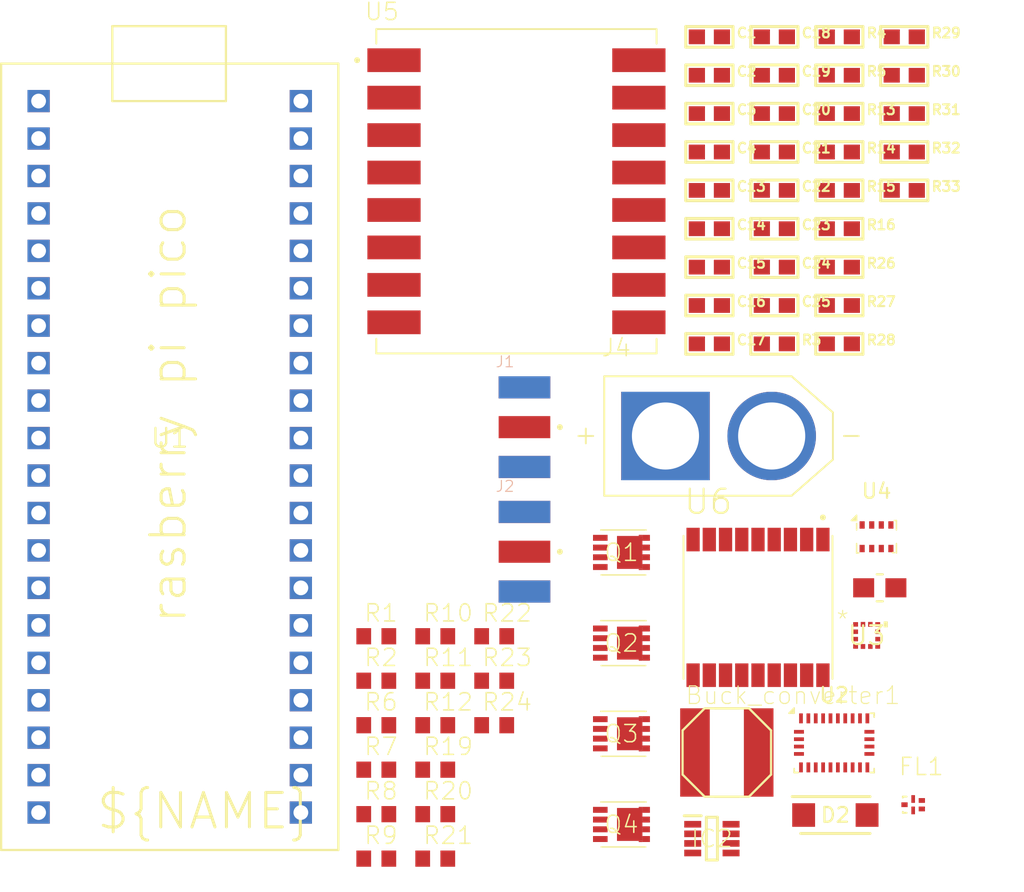
<source format=kicad_pcb>
(kicad_pcb (version 20241229) (generator "pcbnew") (generator_version "9.0")
  (layers (0 "F.Cu" signal) (2 "B.Cu" signal) (13 "F.Paste" user) (15 "B.Paste" user) (5 "F.SilkS" user "F.Silkscreen") (7 "B.SilkS" user "B.Silkscreen") (1 "F.Mask" user) (3 "B.Mask" user) (25 "Edge.Cuts" user))
  (net 0 "")
  (net 1 "/BST")
  (net 2 "/3v3")
  (net 3 "/GND")
  (net 4 "Net-(C2-P$2)")
  (net 5 "Net-(C2-P$1)")
  (net 6 "Net-(C3-P$2)")
  (net 7 "Net-(C3-P$1)")
  (net 8 "Net-(C16-P$2)")
  (net 9 "Net-(C17-P$1)")
  (net 10 "/5v")
  (net 11 "Net-(C18-P$1)")
  (net 12 "/V_CC_AAM")
  (net 13 "/V_BATT")
  (net 14 "/XIN32")
  (net 15 "/XOUT32")
  (net 17 "Net-(J4-POS)")
  (net 18 "Net-(IC2-FB)")
  (net 19 "Net-(IC2-EN)")
  (net 20 "Net-(IC2-AAM)")
  (net 21 "Net-(IC2-BST)")
  (net 22 "Net-(U5-ANT)")
  (net 23 "/PYRO_MAIN2")
  (net 24 "Net-(Q1-G)")
  (net 25 "/PYRO_DROGUE")
  (net 26 "Net-(Q2-G)")
  (net 27 "/PYRO_MAIN")
  (net 28 "Net-(Q3-G)")
  (net 29 "/PYRO_DROGUE2")
  (net 30 "Net-(Q4-G)")
  (net 31 "/GPS_RX")
  (net 32 "/GPS_TX")
  (net 33 "Net-(U10-G)")
  (net 34 "/DROGUE2")
  (net 35 "Net-(R13-Pad2)")
  (net 36 "/VCC_PYRO")
  (net 37 "Net-(U10-D)")
  (net 39 "/LORA_CS")
  (net 40 "Net-(U4-SDO)")
  (net 41 "/SDA")
  (net 42 "/SCL")
  (net 43 "Net-(U2-~{RESET})")
  (net 44 "Net-(U2-COM3)")
  (net 45 "Net-(U4-CSB)")
  (net 46 "Net-(D1-2)")
  (net 47 "/BUZZER")
  (net 48 "/MAIN2")
  (net 49 "/DROGUE")
  (net 50 "/MAIN")
  (net 53 "/LORA_SCLK")
  (net 54 "/LORA_RESET")
  (net 57 "/LORA_MISO")
  (net 58 "/LORA_BUSY")
  (net 60 "/LED")
  (net 66 "/LORA_MOSI")
  (net 68 "/LORA_DIO1")
  (footprint "adafruit:R0603" (layer "F.Cu") (at 118.8127 107.5163)
    (property "Reference" "R19" (at -0.889 -0.889 0) (layer "F.SilkS") (effects (font (size 1.1684 1.1684) (thickness 0.1016)) (justify left bottom)))
    (property "Value" "10k ohm")
    (pad "1" smd rect (at -0.85 0) (size 1 1.1) (layers "F.Cu" "F.Mask" "F.Paste") (net 3 "/GND"))
    (pad "2" smd rect (at 0.85 0) (size 1 1.1) (layers "F.Cu" "F.Mask" "F.Paste") (net 40 "Net-(U4-SDO)"))
  )
  (footprint "SRN6045-4R7Y:SRN6045" (layer "F.Cu") (at 138.5798 106.3509)
    (property "Reference" "Buck_converter1" (at -2.8702 -3.175 0) (layer "F.SilkS") (effects (font (size 1.1938 1.1938) (thickness 0.0762)) (justify left bottom)))
    (property "Value" "4.7uH")
    (pad "1" smd rect (at -2.159 0) (size 2.0066 5.9944) (layers "F.Cu" "F.Mask" "F.Paste") (net 2 "/3v3"))
    (pad "2" smd rect (at 2.159 0) (size 2.0066 5.9944) (layers "F.Cu" "F.Mask" "F.Paste") (net 1 "/BST"))
  )
  (footprint "microbuilder:0603" (layer "F.Cu") (at 137.3991 63.0155)
    (property "Reference" "C3" (at 1.778 0.127 0) (layer "F.SilkS") (effects (font (size 0.666496 0.666496) (thickness 0.146304)) (justify left bottom)))
    (property "Value" "120 pF")
    (pad "1" smd rect (at -0.85 0) (size 1.1 1) (layers "F.Cu" "F.Mask" "F.Paste") (net 7 "Net-(C3-P$1)"))
    (pad "2" smd rect (at 0.85 0) (size 1.1 1) (layers "F.Cu" "F.Mask" "F.Paste") (net 6 "Net-(C3-P$2)"))
  )
  (footprint "TESEO-LIV3F:TESEO-LIV3F" (layer "F.Cu") (at 140.6925 96.5075)
    (property "Reference" "U6" (at -5.10547 -6.20665 0) (layer "F.SilkS") (effects (font (size 1.637517 1.637517) (thickness 0.142393)) (justify left bottom)))
    (property "Value" "Teseo_liv3f")
    (pad "1" smd rect (at 4.4 -4.6) (size 0.9 1.6) (layers "F.Cu" "F.Mask" "F.Paste") (net 3 "/GND"))
    (pad "2" smd rect (at 3.3 -4.6) (size 0.9 1.6) (layers "F.Cu" "F.Mask" "F.Paste") (net 32 "/GPS_TX"))
    (pad "3" smd rect (at 2.2 -4.6) (size 0.9 1.6) (layers "F.Cu" "F.Mask" "F.Paste") (net 31 "/GPS_RX"))
    (pad "4" smd rect (at 1.1 -4.6) (size 0.9 1.6) (layers "F.Cu" "F.Mask" "F.Paste"))
    (pad "5" smd rect (at 0 -4.6) (size 0.9 1.6) (layers "F.Cu" "F.Mask" "F.Paste"))
    (pad "6" smd rect (at -1.1 -4.6) (size 0.9 1.6) (layers "F.Cu" "F.Mask" "F.Paste") (net 2 "/3v3"))
    (pad "7" smd rect (at -2.2 -4.6) (size 0.9 1.6) (layers "F.Cu" "F.Mask" "F.Paste") (net 2 "/3v3"))
    (pad "8" smd rect (at -3.3 -4.6) (size 0.9 1.6) (layers "F.Cu" "F.Mask" "F.Paste") (net 2 "/3v3"))
    (pad "9" smd rect (at -4.4 -4.6) (size 0.9 1.6) (layers "F.Cu" "F.Mask" "F.Paste"))
    (pad "10" smd rect (at -4.4 4.6) (size 0.9 1.6) (layers "F.Cu" "F.Mask" "F.Paste") (net 3 "/GND"))
    (pad "11" smd rect (at -3.3 4.6) (size 0.9 1.6) (layers "F.Cu" "F.Mask" "F.Paste") (net 4 "Net-(C2-P$2)"))
    (pad "12" smd rect (at -2.2 4.6) (size 0.9 1.6) (layers "F.Cu" "F.Mask" "F.Paste") (net 3 "/GND"))
    (pad "13" smd rect (at -1.1 4.6) (size 0.9 1.6) (layers "F.Cu" "F.Mask" "F.Paste"))
    (pad "14" smd rect (at 0 4.6) (size 0.9 1.6) (layers "F.Cu" "F.Mask" "F.Paste"))
    (pad "15" smd rect (at 1.1 4.6) (size 0.9 1.6) (layers "F.Cu" "F.Mask" "F.Paste"))
    (pad "16" smd rect (at 2.2 4.6) (size 0.9 1.6) (layers "F.Cu" "F.Mask" "F.Paste"))
    (pad "17" smd rect (at 3.3 4.6) (size 0.9 1.6) (layers "F.Cu" "F.Mask" "F.Paste"))
    (pad "18" smd rect (at 4.4 4.6) (size 0.9 1.6) (layers "F.Cu" "F.Mask" "F.Paste"))
  )
  (footprint "microbuilder:0603" (layer "F.Cu") (at 146.2055 57.8091)
    (property "Reference" "R4" (at 1.778 0.127 0) (layer "F.SilkS") (effects (font (size 0.666496 0.666496) (thickness 0.146304)) (justify left bottom)))
    (property "Value" "33k")
    (pad "1" smd rect (at -0.85 0) (size 1.1 1) (layers "F.Cu" "F.Mask" "F.Paste") (net 30 "Net-(Q4-G)"))
    (pad "2" smd rect (at 0.85 0) (size 1.1 1) (layers "F.Cu" "F.Mask" "F.Paste") (net 3 "/GND"))
  )
  (footprint "microbuilder:0603" (layer "F.Cu") (at 150.6087 65.6187)
    (property "Reference" "R32" (at 1.778 0.127 0) (layer "F.SilkS") (effects (font (size 0.666496 0.666496) (thickness 0.146304)) (justify left bottom)))
    (property "Value" "33k")
    (pad "1" smd rect (at -0.85 0) (size 1.1 1) (layers "F.Cu" "F.Mask" "F.Paste") (net 28 "Net-(Q3-G)"))
    (pad "2" smd rect (at 0.85 0) (size 1.1 1) (layers "F.Cu" "F.Mask" "F.Paste") (net 3 "/GND"))
  )
  (footprint "adafruit:R0603" (layer "F.Cu") (at 114.8159 110.5331)
    (property "Reference" "R8" (at -0.889 -0.889 0) (layer "F.SilkS") (effects (font (size 1.1684 1.1684) (thickness 0.1016)) (justify left bottom)))
    (property "Value" "100k")
    (pad "1" smd rect (at -0.85 0) (size 1 1.1) (layers "F.Cu" "F.Mask" "F.Paste") (net 20 "Net-(IC2-AAM)"))
    (pad "2" smd rect (at 0.85 0) (size 1 1.1) (layers "F.Cu" "F.Mask" "F.Paste") (net 12 "/V_CC_AAM"))
  )
  (footprint "AFS14A04-1575.42-T3:FIL_AFS14A04-1575.42-T3" (layer "F.Cu") (at 151.2125 109.8925)
    (property "Reference" "FL1" (at -1.05 -1.9 0) (layer "F.SilkS") (effects (font (size 1.1684 1.1684) (thickness 0.1016)) (justify left bottom)))
    (property "Value" "Saw_filter")
    (pad "A" smd rect (at 0.5875 -0.2875) (size 0.425 0.325) (layers "F.Cu" "F.Mask" "F.Paste") (net 5 "Net-(C2-P$1)"))
    (pad "B" smd rect (at 0 -0.3875) (size 0.25 0.525) (layers "F.Cu" "F.Mask" "F.Paste") (net 3 "/GND"))
    (pad "C" smd rect (at -0.5875 0) (size 0.425 0.325) (layers "F.Cu" "F.Mask" "F.Paste") (net 6 "Net-(C3-P$2)"))
    (pad "D" smd rect (at 0 0.3875) (size 0.25 0.525) (layers "F.Cu" "F.Mask" "F.Paste") (net 3 "/GND"))
    (pad "E" smd rect (at 0.5875 0.2875) (size 0.425 0.325) (layers "F.Cu" "F.Mask" "F.Paste") (net 3 "/GND"))
  )
  (footprint "microbuilder:0603" (layer "F.Cu") (at 141.8023 76.0315)
    (property "Reference" "C25" (at 1.778 0.127 0) (layer "F.SilkS") (effects (font (size 0.666496 0.666496) (thickness 0.146304)) (justify left bottom)))
    (property "Value" "20 pF")
    (pad "1" smd rect (at -0.85 0) (size 1.1 1) (layers "F.Cu" "F.Mask" "F.Paste") (net 3 "/GND"))
    (pad "2" smd rect (at 0.85 0) (size 1.1 1) (layers "F.Cu" "F.Mask" "F.Paste") (net 15 "/XOUT32"))
  )
  (footprint "microbuilder:0603" (layer "F.Cu") (at 141.8023 68.2219)
    (property "Reference" "C22" (at 1.778 0.127 0) (layer "F.SilkS") (effects (font (size 0.666496 0.666496) (thickness 0.146304)) (justify left bottom)))
    (property "Value" "100nF")
    (pad "1" smd rect (at -0.85 0) (size 1.1 1) (layers "F.Cu" "F.Mask" "F.Paste") (net 3 "/GND"))
    (pad "2" smd rect (at 0.85 0) (size 1.1 1) (layers "F.Cu" "F.Mask" "F.Paste") (net 13 "/V_BATT"))
  )
  (footprint "SISA96DN-T1-GE3:SIS862DNT1GE3" (layer "F.Cu") (at 131.5575 111.2325)
    (property "Reference" "Q4" (at -0.12 0 0) (layer "F.SilkS") (effects (font (size 1.1684 1.1684) (thickness 0.1016))))
    (property "Value" "SISA96DN-T1")
    (pad "1" smd rect (at -1.555 -0.992) (size 0.99 0.405) (layers "F.Cu" "F.Mask" "F.Paste") (net 3 "/GND"))
    (pad "2" smd rect (at -1.555 -0.332) (size 0.99 0.405) (layers "F.Cu" "F.Mask" "F.Paste") (net 3 "/GND"))
    (pad "3" smd rect (at -1.555 0.328) (size 0.99 0.405) (layers "F.Cu" "F.Mask" "F.Paste") (net 3 "/GND"))
    (pad "4" smd rect (at -1.555 0.988) (size 0.99 0.405) (layers "F.Cu" "F.Mask" "F.Paste") (net 30 "Net-(Q4-G)"))
    (pad "5" smd rect (at 1.555 0.988) (size 0.51 0.405) (layers "F.Cu" "F.Mask" "F.Paste") (net 29 "/PYRO_DROGUE2"))
    (pad "6" smd rect (at 1.555 0.328) (size 0.51 0.405) (layers "F.Cu" "F.Mask" "F.Paste") (net 29 "/PYRO_DROGUE2"))
    (pad "7" smd rect (at 1.555 -0.332) (size 0.51 0.405) (layers "F.Cu" "F.Mask" "F.Paste") (net 29 "/PYRO_DROGUE2"))
    (pad "8" smd rect (at 1.555 -0.992) (size 0.51 0.405) (layers "F.Cu" "F.Mask" "F.Paste") (net 29 "/PYRO_DROGUE2"))
    (pad "9" smd rect (at 0.438 -0.002 90) (size 2.235 1.725) (layers "F.Cu" "F.Mask" "F.Paste") (net 29 "/PYRO_DROGUE2"))
    (pad "10" smd rect (at 1.175 1.156) (size 0.25 0.077) (layers "F.Cu" "F.Mask" "F.Paste") (net 29 "/PYRO_DROGUE2"))
    (pad "11" smd rect (at 1.175 -1.156) (size 0.25 0.077) (layers "F.Cu" "F.Mask" "F.Paste") (net 29 "/PYRO_DROGUE2"))
  )
  (footprint "microbuilder:0603" (layer "F.Cu") (at 150.6087 60.4123)
    (property "Reference" "R30" (at 1.778 0.127 0) (layer "F.SilkS") (effects (font (size 0.666496 0.666496) (thickness 0.146304)) (justify left bottom)))
    (property "Value" "33k")
    (pad "1" smd rect (at -0.85 0) (size 1.1 1) (layers "F.Cu" "F.Mask" "F.Paste") (net 26 "Net-(Q2-G)"))
    (pad "2" smd rect (at 0.85 0) (size 1.1 1) (layers "F.Cu" "F.Mask" "F.Paste") (net 3 "/GND"))
  )
  (footprint "kx134:LGA12_2X2X0P9_ROM" (layer "F.Cu") (at 148.0597 98.4097)
    (property "Reference" "U3" (at 0 0 0) (layer "F.SilkS") (effects (font (size 1.27 1.27))))
    (property "Value" "~")
    (fp_text user "*" (at -2.1336 -0.3556 0) (layer "F.SilkS") (effects (font (size 1.1938 1.1938) (thickness 0.0762)) (justify left bottom)))
    (pad "1" smd rect (at -0.7493 -0.75 270) (size 0.3048 0.3302) (layers "F.Cu" "F.Mask" "F.Paste") (net 2 "/3v3"))
    (pad "2" smd rect (at -0.7493 -0.25 270) (size 0.3048 0.3302) (layers "F.Cu" "F.Mask" "F.Paste") (net 41 "/SDA"))
    (pad "3" smd rect (at -0.7493 0.25 270) (size 0.3048 0.3302) (layers "F.Cu" "F.Mask" "F.Paste") (net 2 "/3v3"))
    (pad "4" smd rect (at -0.7493 0.75 270) (size 0.3048 0.3302) (layers "F.Cu" "F.Mask" "F.Paste") (net 3 "/GND"))
    (pad "5" smd rect (at -0.25 0.7493 180) (size 0.3048 0.3302) (layers "F.Cu" "F.Mask" "F.Paste"))
    (pad "6" smd rect (at 0.25 0.7493 180) (size 0.3048 0.3302) (layers "F.Cu" "F.Mask" "F.Paste"))
    (pad "7" smd rect (at 0.7493 0.75 270) (size 0.3048 0.3302) (layers "F.Cu" "F.Mask" "F.Paste") (net 2 "/3v3"))
    (pad "8" smd rect (at 0.7493 0.25 270) (size 0.3048 0.3302) (layers "F.Cu" "F.Mask" "F.Paste") (net 3 "/GND"))
    (pad "9" smd rect (at 0.7493 -0.25 270) (size 0.3048 0.3302) (layers "F.Cu" "F.Mask" "F.Paste") (net 3 "/GND"))
    (pad "10" smd rect (at 0.7493 -0.75 270) (size 0.3048 0.3302) (layers "F.Cu" "F.Mask" "F.Paste") (net 2 "/3v3"))
    (pad "11" smd rect (at 0.25 -0.7493 180) (size 0.3048 0.3302) (layers "F.Cu" "F.Mask" "F.Paste"))
    (pad "12" smd rect (at -0.25 -0.7493 180) (size 0.3048 0.3302) (layers "F.Cu" "F.Mask" "F.Paste") (net 42 "/SCL"))
  )
  (footprint "adafruit:R0603" (layer "F.Cu") (at 114.8159 104.4995)
    (property "Reference" "R6" (at -0.889 -0.889 0) (layer "F.SilkS") (effects (font (size 1.1684 1.1684) (thickness 0.1016)) (justify left bottom)))
    (property "Value" "499k")
    (pad "1" smd rect (at -0.85 0) (size 1 1.1) (layers "F.Cu" "F.Mask" "F.Paste") (net 19 "Net-(IC2-EN)"))
    (pad "2" smd rect (at 0.85 0) (size 1 1.1) (layers "F.Cu" "F.Mask" "F.Paste") (net 13 "/V_BATT"))
  )
  (footprint "adafruit:R0603" (layer "F.Cu") (at 118.8127 101.4827)
    (property "Reference" "R11" (at -0.889 -0.889 0) (layer "F.SilkS") (effects (font (size 1.1684 1.1684) (thickness 0.1016)) (justify left bottom)))
    (property "Value" "7.5k")
    (pad "1" smd rect (at -0.85 0) (size 1 1.1) (layers "F.Cu" "F.Mask" "F.Paste") (net 3 "/GND"))
    (pad "2" smd rect (at 0.85 0) (size 1 1.1) (layers "F.Cu" "F.Mask" "F.Paste") (net 9 "Net-(C17-P$1)"))
  )
  (footprint "microbuilder:0603" (layer "F.Cu") (at 137.3991 60.4123)
    (property "Reference" "C2" (at 1.778 0.127 0) (layer "F.SilkS") (effects (font (size 0.666496 0.666496) (thickness 0.146304)) (justify left bottom)))
    (property "Value" "120 pF")
    (pad "1" smd rect (at -0.85 0) (size 1.1 1) (layers "F.Cu" "F.Mask" "F.Paste") (net 5 "Net-(C2-P$1)"))
    (pad "2" smd rect (at 0.85 0) (size 1.1 1) (layers "F.Cu" "F.Mask" "F.Paste") (net 4 "Net-(C2-P$2)"))
  )
  (footprint "microbuilder:0603" (layer "F.Cu") (at 150.6087 68.2219)
    (property "Reference" "R33" (at 1.778 0.127 0) (layer "F.SilkS") (effects (font (size 0.666496 0.666496) (thickness 0.146304)) (justify left bottom)))
    (property "Value" "1k")
    (pad "1" smd rect (at -0.85 0) (size 1.1 1) (layers "F.Cu" "F.Mask" "F.Paste") (net 50 "/MAIN"))
    (pad "2" smd rect (at 0.85 0) (size 1.1 1) (layers "F.Cu" "F.Mask" "F.Paste") (net 28 "Net-(Q3-G)"))
  )
  (footprint "RSX501LAM20TR:DIOM4725X105N" (layer "F.Cu") (at 145.9375 110.5925)
    (property "Reference" "D2" (at 0 0 0) (layer "F.SilkS"))
    (property "Value" "RSX501LAM20TR")
    (pad "1" smd rect (at -2.15 0) (size 1.55 1.6) (layers "F.Cu" "F.Mask" "F.Paste"))
    (pad "2" smd rect (at 2.15 0) (size 1.55 1.6) (layers "F.Cu" "F.Mask" "F.Paste") (net 17 "Net-(J4-POS)"))
  )
  (footprint "microbuilder:0603" (layer "F.Cu") (at 146.2055 60.4123)
    (property "Reference" "R5" (at 1.778 0.127 0) (layer "F.SilkS") (effects (font (size 0.666496 0.666496) (thickness 0.146304)) (justify left bottom)))
    (property "Value" "1k")
    (pad "1" smd rect (at -0.85 0) (size 1.1 1) (layers "F.Cu" "F.Mask" "F.Paste") (net 34 "/DROGUE2"))
    (pad "2" smd rect (at 0.85 0) (size 1.1 1) (layers "F.Cu" "F.Mask" "F.Paste") (net 30 "Net-(Q4-G)"))
  )
  (footprint "microbuilder:0603" (layer "F.Cu") (at 141.8023 70.8251)
    (property "Reference" "C23" (at 1.778 0.127 0) (layer "F.SilkS") (effects (font (size 0.666496 0.666496) (thickness 0.146304)) (justify left bottom)))
    (property "Value" "22uF")
    (pad "1" smd rect (at -0.85 0) (size 1.1 1) (layers "F.Cu" "F.Mask" "F.Paste") (net 3 "/GND"))
    (pad "2" smd rect (at 0.85 0) (size 1.1 1) (layers "F.Cu" "F.Mask" "F.Paste") (net 13 "/V_BATT"))
  )
  (footprint "adafruit:R0603" (layer "F.Cu") (at 114.8159 98.4659)
    (property "Reference" "R1" (at -0.889 -0.889 0) (layer "F.SilkS") (effects (font (size 1.1684 1.1684) (thickness 0.1016)) (justify left bottom)))
    (property "Value" "10k ohm")
    (pad "1" smd rect (at -0.85 0) (size 1 1.1) (layers "F.Cu" "F.Mask" "F.Paste") (net 2 "/3v3"))
    (pad "2" smd rect (at 0.85 0) (size 1 1.1) (layers "F.Cu" "F.Mask" "F.Paste") (net 31 "/GPS_RX"))
  )
  (footprint "microbuilder:0603" (layer "F.Cu") (at 146.2055 78.6347)
    (property "Reference" "R28" (at 1.778 0.127 0) (layer "F.SilkS") (effects (font (size 0.666496 0.666496) (thickness 0.146304)) (justify left bottom)))
    (property "Value" "33k")
    (pad "1" smd rect (at -0.85 0) (size 1.1 1) (layers "F.Cu" "F.Mask" "F.Paste") (net 24 "Net-(Q1-G)"))
    (pad "2" smd rect (at 0.85 0) (size 1.1 1) (layers "F.Cu" "F.Mask" "F.Paste") (net 3 "/GND"))
  )
  (footprint "adafruit:R0603" (layer "F.Cu") (at 122.8095 101.4827)
    (property "Reference" "R23" (at -0.889 -0.889 0) (layer "F.SilkS") (effects (font (size 1.1684 1.1684) (thickness 0.1016)) (justify left bottom)))
    (property "Value" "10k ohm")
    (pad "1" smd rect (at -0.85 0) (size 1 1.1) (layers "F.Cu" "F.Mask" "F.Paste") (net 3 "/GND"))
    (pad "2" smd rect (at 0.85 0) (size 1 1.1) (layers "F.Cu" "F.Mask" "F.Paste") (net 44 "Net-(U2-COM3)"))
  )
  (footprint "Package_LGA:LGA-28_5.2x3.8mm_P0.5mm" (layer "F.Cu") (at 145.8575 105.6975)
    (property "Reference" "U2" (at 0 -3.25 0) (layer "F.SilkS"))
    (property "Value" "BNO055")
    (pad "1" smd rect (at -2.25 -1.6625) (size 0.254 0.675) (layers "F.Cu" "F.Mask" "F.Paste"))
    (pad "2" smd rect (at -2.3875 -0.75 90) (size 0.254 0.675) (layers "F.Cu" "F.Mask" "F.Paste") (net 3 "/GND"))
    (pad "3" smd rect (at -2.3875 -0.25 90) (size 0.254 0.675) (layers "F.Cu" "F.Mask" "F.Paste") (net 2 "/3v3"))
    (pad "4" smd rect (at -2.3875 0.25 90) (size 0.254 0.675) (layers "F.Cu" "F.Mask" "F.Paste") (net 2 "/3v3"))
    (pad "5" smd rect (at -2.3875 0.75 90) (size 0.254 0.675) (layers "F.Cu" "F.Mask" "F.Paste") (net 3 "/GND"))
    (pad "6" smd rect (at -2.25 1.6625) (size 0.254 0.675) (layers "F.Cu" "F.Mask" "F.Paste") (net 3 "/GND"))
    (pad "7" smd rect (at -1.75 1.6625) (size 0.254 0.675) (layers "F.Cu" "F.Mask" "F.Paste"))
    (pad "8" smd rect (at -1.25 1.6625) (size 0.254 0.675) (layers "F.Cu" "F.Mask" "F.Paste"))
    (pad "9" smd rect (at -0.75 1.6625) (size 0.254 0.675) (layers "F.Cu" "F.Mask" "F.Paste") (net 8 "Net-(C16-P$2)"))
    (pad "10" smd rect (at -0.25 1.6625) (size 0.254 0.675) (layers "F.Cu" "F.Mask" "F.Paste"))
    (pad "11" smd rect (at 0.25 1.6625) (size 0.254 0.675) (layers "F.Cu" "F.Mask" "F.Paste") (net 43 "Net-(U2-~{RESET})"))
    (pad "12" smd rect (at 0.75 1.6625) (size 0.254 0.675) (layers "F.Cu" "F.Mask" "F.Paste"))
    (pad "13" smd rect (at 1.25 1.6625) (size 0.254 0.675) (layers "F.Cu" "F.Mask" "F.Paste"))
    (pad "14" smd rect (at 1.75 1.6625) (size 0.254 0.675) (layers "F.Cu" "F.Mask" "F.Paste"))
    (pad "15" smd rect (at 2.25 1.6625) (size 0.254 0.675) (layers "F.Cu" "F.Mask" "F.Paste"))
    (pad "16" smd rect (at 2.3875 0.75 90) (size 0.254 0.675) (layers "F.Cu" "F.Mask" "F.Paste"))
    (pad "17" smd rect (at 2.3875 0.25 90) (size 0.254 0.675) (layers "F.Cu" "F.Mask" "F.Paste") (net 44 "Net-(U2-COM3)"))
    (pad "18" smd rect (at 2.3875 -0.25 90) (size 0.254 0.675) (layers "F.Cu" "F.Mask" "F.Paste") (net 3 "/GND"))
    (pad "19" smd rect (at 2.3875 -0.75 90) (size 0.254 0.675) (layers "F.Cu" "F.Mask" "F.Paste") (net 42 "/SCL"))
    (pad "20" smd rect (at 2.25 -1.6625) (size 0.254 0.675) (layers "F.Cu" "F.Mask" "F.Paste") (net 41 "/SDA"))
    (pad "21" smd rect (at 1.75 -1.6625) (size 0.254 0.675) (layers "F.Cu" "F.Mask" "F.Paste"))
    (pad "22" smd rect (at 1.25 -1.6625) (size 0.254 0.675) (layers "F.Cu" "F.Mask" "F.Paste"))
    (pad "23" smd rect (at 0.75 -1.6625) (size 0.254 0.675) (layers "F.Cu" "F.Mask" "F.Paste"))
    (pad "24" smd rect (at 0.25 -1.6625) (size 0.254 0.675) (layers "F.Cu" "F.Mask" "F.Paste"))
    (pad "25" smd rect (at -0.25 -1.6625) (size 0.254 0.675) (layers "F.Cu" "F.Mask" "F.Paste") (net 3 "/GND"))
    (pad "26" smd rect (at -0.75 -1.6625) (size 0.254 0.675) (layers "F.Cu" "F.Mask" "F.Paste") (net 15 "/XOUT32"))
    (pad "27" smd rect (at -1.25 -1.6625) (size 0.254 0.675) (layers "F.Cu" "F.Mask" "F.Paste") (net 14 "/XIN32"))
    (pad "28" smd rect (at -1.75 -1.6625) (size 0.254 0.675) (layers "F.Cu" "F.Mask" "F.Paste") (net 2 "/3v3"))
  )
  (footprint "microbuilder:0603" (layer "F.Cu") (at 141.8023 63.0155)
    (property "Reference" "C20" (at 1.778 0.127 0) (layer "F.SilkS") (effects (font (size 0.666496 0.666496) (thickness 0.146304)) (justify left bottom)))
    (property "Value" "22uF")
    (pad "1" smd rect (at -0.85 0) (size 1.1 1) (layers "F.Cu" "F.Mask" "F.Paste") (net 3 "/GND"))
    (pad "2" smd rect (at 0.85 0) (size 1.1 1) (layers "F.Cu" "F.Mask" "F.Paste") (net 2 "/3v3"))
  )
  (footprint "microbuilder:0603" (layer "F.Cu") (at 137.3991 57.8091)
    (property "Reference" "C1" (at 1.778 0.127 0) (layer "F.SilkS") (effects (font (size 0.666496 0.666496) (thickness 0.146304)) (justify left bottom)))
    (property "Value" "10 uF")
    (pad "1" smd rect (at -0.85 0) (size 1.1 1) (layers "F.Cu" "F.Mask" "F.Paste") (net 3 "/GND"))
    (pad "2" smd rect (at 0.85 0) (size 1.1 1) (layers "F.Cu" "F.Mask" "F.Paste") (net 2 "/3v3"))
  )
  (footprint "SISA96DN-T1-GE3:SIS862DNT1GE3" (layer "F.Cu") (at 131.5575 98.9325)
    (property "Reference" "Q2" (at -0.12 0 0) (layer "F.SilkS") (effects (font (size 1.1684 1.1684) (thickness 0.1016))))
    (property "Value" "SISA96DN-T1")
    (pad "1" smd rect (at -1.555 -0.992) (size 0.99 0.405) (layers "F.Cu" "F.Mask" "F.Paste") (net 3 "/GND"))
    (pad "2" smd rect (at -1.555 -0.332) (size 0.99 0.405) (layers "F.Cu" "F.Mask" "F.Paste") (net 3 "/GND"))
    (pad "3" smd rect (at -1.555 0.328) (size 0.99 0.405) (layers "F.Cu" "F.Mask" "F.Paste") (net 3 "/GND"))
    (pad "4" smd rect (at -1.555 0.988) (size 0.99 0.405) (layers "F.Cu" "F.Mask" "F.Paste") (net 26 "Net-(Q2-G)"))
    (pad "5" smd rect (at 1.555 0.988) (size 0.51 0.405) (layers "F.Cu" "F.Mask" "F.Paste") (net 25 "/PYRO_DROGUE"))
    (pad "6" smd rect (at 1.555 0.328) (size 0.51 0.405) (layers "F.Cu" "F.Mask" "F.Paste") (net 25 "/PYRO_DROGUE"))
    (pad "7" smd rect (at 1.555 -0.332) (size 0.51 0.405) (layers "F.Cu" "F.Mask" "F.Paste") (net 25 "/PYRO_DROGUE"))
    (pad "8" smd rect (at 1.555 -0.992) (size 0.51 0.405) (layers "F.Cu" "F.Mask" "F.Paste") (net 25 "/PYRO_DROGUE"))
    (pad "9" smd rect (at 0.438 -0.002 90) (size 2.235 1.725) (layers "F.Cu" "F.Mask" "F.Paste") (net 25 "/PYRO_DROGUE"))
    (pad "10" smd rect (at 1.175 1.156) (size 0.25 0.077) (layers "F.Cu" "F.Mask" "F.Paste") (net 25 "/PYRO_DROGUE"))
    (pad "11" smd rect (at 1.175 -1.156) (size 0.25 0.077) (layers "F.Cu" "F.Mask" "F.Paste") (net 25 "/PYRO_DROGUE"))
  )
  (footprint "microbuilder:0603" (layer "F.Cu") (at 137.3991 68.2219)
    (property "Reference" "C13" (at 1.778 0.127 0) (layer "F.SilkS") (effects (font (size 0.666496 0.666496) (thickness 0.146304)) (justify left bottom)))
    (property "Value" "100 nF")
    (pad "1" smd rect (at -0.85 0) (size 1.1 1) (layers "F.Cu" "F.Mask" "F.Paste") (net 3 "/GND"))
    (pad "2" smd rect (at 0.85 0) (size 1.1 1) (layers "F.Cu" "F.Mask" "F.Paste") (net 2 "/3v3"))
  )
  (footprint "microbuilder:0603" (layer "F.Cu") (at 137.3991 78.6347)
    (property "Reference" "C17" (at 1.778 0.127 0) (layer "F.SilkS") (effects (font (size 0.666496 0.666496) (thickness 0.146304)) (justify left bottom)))
    (property "Value" "3.3pF")
    (pad "1" smd rect (at -0.85 0) (size 1.1 1) (layers "F.Cu" "F.Mask" "F.Paste") (net 9 "Net-(C17-P$1)"))
    (pad "2" smd rect (at 0.85 0) (size 1.1 1) (layers "F.Cu" "F.Mask" "F.Paste") (net 10 "/5v"))
  )
  (footprint "adafruit:R0603" (layer "F.Cu") (at 122.8095 104.4995)
    (property "Reference" "R24" (at -0.889 -0.889 0) (layer "F.SilkS") (effects (font (size 1.1684 1.1684) (thickness 0.1016)) (justify left bottom)))
    (property "Value" "10k ohm")
    (pad "1" smd rect (at -0.85 0) (size 1 1.1) (layers "F.Cu" "F.Mask" "F.Paste") (net 2 "/3v3"))
    (pad "2" smd rect (at 0.85 0) (size 1 1.1) (layers "F.Cu" "F.Mask" "F.Paste") (net 45 "Net-(U4-CSB)"))
  )
  (footprint "microbuilder:0603" (layer "F.Cu") (at 146.2055 70.8251)
    (property "Reference" "R16" (at 1.778 0.127 0) (layer "F.SilkS") (effects (font (size 0.666496 0.666496) (thickness 0.146304)) (justify left bottom)))
    (property "Value" "~")
    (pad "1" smd rect (at -0.85 0) (size 1.1 1) (layers "F.Cu" "F.Mask" "F.Paste") (net 3 "/GND"))
    (pad "2" smd rect (at 0.85 0) (size 1.1 1) (layers "F.Cu" "F.Mask" "F.Paste") (net 39 "/LORA_CS"))
  )
  (footprint "adafruit:R0603" (layer "F.Cu") (at 118.8127 110.5331)
    (property "Reference" "R20" (at -0.889 -0.889 0) (layer "F.SilkS") (effects (font (size 1.1684 1.1684) (thickness 0.1016)) (justify left bottom)))
    (property "Value" "10k ohm")
    (pad "1" smd rect (at -0.85 0) (size 1 1.1) (layers "F.Cu" "F.Mask" "F.Paste") (net 2 "/3v3"))
    (pad "2" smd rect (at 0.85 0) (size 1 1.1) (layers "F.Cu" "F.Mask" "F.Paste") (net 41 "/SDA"))
  )
  (footprint "adafruit:R0603" (layer "F.Cu") (at 118.8127 104.4995)
    (property "Reference" "R12" (at -0.889 -0.889 0) (layer "F.SilkS") (effects (font (size 1.1684 1.1684) (thickness 0.1016)) (justify left bottom)))
    (property "Value" "20k")
    (pad "1" smd rect (at -0.85 0) (size 1 1.1) (layers "F.Cu" "F.Mask" "F.Paste") (net 9 "Net-(C17-P$1)"))
    (pad "2" smd rect (at 0.85 0) (size 1 1.1) (layers "F.Cu" "F.Mask" "F.Paste") (net 18 "Net-(IC2-FB)"))
  )
  (footprint "adafruit:R0603" (layer "F.Cu") (at 114.8159 113.5499)
    (property "Reference" "R9" (at -0.889 -0.889 0) (layer "F.SilkS") (effects (font (size 1.1684 1.1684) (thickness 0.1016)) (justify left bottom)))
    (property "Value" "9.09k")
    (pad "1" smd rect (at -0.85 0) (size 1 1.1) (layers "F.Cu" "F.Mask" "F.Paste") (net 3 "/GND"))
    (pad "2" smd rect (at 0.85 0) (size 1 1.1) (layers "F.Cu" "F.Mask" "F.Paste") (net 20 "Net-(IC2-AAM)"))
  )
  (footprint "Q13FC1350000400:XTAL_FC-135_EPS" (layer "F.Cu") (at 148.9487 95.1805)
    (property "Reference" "XTAL1")
    (property "Value" "XTAL_FC135")
    (pad "1" smd rect (at -1.0922 0) (size 1.4224 1.2954) (layers "F.Cu" "F.Mask" "F.Paste") (net 14 "/XIN32"))
    (pad "2" smd rect (at 1.0922 0) (size 1.4224 1.2954) (layers "F.Cu" "F.Mask" "F.Paste") (net 15 "/XOUT32"))
  )
  (footprint "microbuilder:0603" (layer "F.Cu") (at 137.3991 65.6187)
    (property "Reference" "C4" (at 1.778 0.127 0) (layer "F.SilkS") (effects (font (size 0.666496 0.666496) (thickness 0.146304)) (justify left bottom)))
    (property "Value" "120 pF")
    (pad "1" smd rect (at -0.85 0) (size 1.1 1) (layers "F.Cu" "F.Mask" "F.Paste") (net 3 "/GND"))
    (pad "2" smd rect (at 0.85 0) (size 1.1 1) (layers "F.Cu" "F.Mask" "F.Paste") (net 7 "Net-(C3-P$1)"))
  )
  (footprint "microbuilder:0603" (layer "F.Cu") (at 137.3991 76.0315)
    (property "Reference" "C16" (at 1.778 0.127 0) (layer "F.SilkS") (effects (font (size 0.666496 0.666496) (thickness 0.146304)) (justify left bottom)))
    (property "Value" "100nF")
    (pad "1" smd rect (at -0.85 0) (size 1.1 1) (layers "F.Cu" "F.Mask" "F.Paste") (net 3 "/GND"))
    (pad "2" smd rect (at 0.85 0) (size 1.1 1) (layers "F.Cu" "F.Mask" "F.Paste") (net 8 "Net-(C16-P$2)"))
  )
  (footprint "adafruit:R0603" (layer "F.Cu") (at 118.8127 98.4659)
    (property "Reference" "R10" (at -0.889 -0.889 0) (layer "F.SilkS") (effects (font (size 1.1684 1.1684) (thickness 0.1016)) (justify left bottom)))
    (property "Value" "40.2k")
    (pad "1" smd rect (at -0.85 0) (size 1 1.1) (layers "F.Cu" "F.Mask" "F.Paste") (net 9 "Net-(C17-P$1)"))
    (pad "2" smd rect (at 0.85 0) (size 1 1.1) (layers "F.Cu" "F.Mask" "F.Paste") (net 10 "/5v"))
  )
  (footprint "microbuilder:0603" (layer "F.Cu") (at 150.6087 63.0155)
    (property "Reference" "R31" (at 1.778 0.127 0) (layer "F.SilkS") (effects (font (size 0.666496 0.666496) (thickness 0.146304)) (justify left bottom)))
    (property "Value" "1k")
    (pad "1" smd rect (at -0.85 0) (size 1.1 1) (layers "F.Cu" "F.Mask" "F.Paste") (net 49 "/DROGUE"))
    (pad "2" smd rect (at 0.85 0) (size 1.1 1) (layers "F.Cu" "F.Mask" "F.Paste") (net 26 "Net-(Q2-G)"))
  )
  (footprint "adafruit:R0603" (layer "F.Cu") (at 114.8159 101.4827)
    (property "Reference" "R2" (at -0.889 -0.889 0) (layer "F.SilkS") (effects (font (size 1.1684 1.1684) (thickness 0.1016)) (justify left bottom)))
    (property "Value" "10k ohm")
    (pad "1" smd rect (at -0.85 0) (size 1 1.1) (layers "F.Cu" "F.Mask" "F.Paste") (net 2 "/3v3"))
    (pad "2" smd rect (at 0.85 0) (size 1 1.1) (layers "F.Cu" "F.Mask" "F.Paste") (net 32 "/GPS_TX"))
  )
  (footprint "sma-connector:RFSOLUTIONS_CON-SMA-EDGE-S" (layer "F.Cu") (at 124.8625 84.2825)
    (property "Reference" "J1" (at -2 -4 0) (layer "F.SilkS") (effects (font (size 0.747776 0.747776) (thickness 0.065024)) (justify left bottom)))
    (property "Value" "~")
    (fp_text user "${REFERENCE}" (at -2 -4 0) (layer "B.SilkS") (effects (font (size 0.747776 0.747776) (thickness 0.065024)) (justify left bottom)))
    (pad "1" smd rect (at 0 0) (size 3.5 1.5) (layers "F.Cu" "F.Mask" "F.Paste") (net 7 "Net-(C3-P$1)"))
    (pad "G1" smd rect (at 0 -2.7) (size 3.5 1.5) (layers "F.Cu" "F.Mask" "F.Paste") (net 3 "/GND"))
    (pad "G2" smd rect (at 0 2.7) (size 3.5 1.5) (layers "F.Cu" "F.Mask" "F.Paste") (net 3 "/GND"))
    (pad "G3" smd rect (at 0 -2.7) (size 3.5 1.5) (layers "B.Cu" "B.Mask" "B.Paste") (net 3 "/GND"))
    (pad "G4" smd rect (at 0 2.7) (size 3.5 1.5) (layers "B.Cu" "B.Mask" "B.Paste") (net 3 "/GND"))
  )
  (footprint "microbuilder:0603" (layer "F.Cu") (at 137.3991 70.8251)
    (property "Reference" "C14" (at 1.778 0.127 0) (layer "F.SilkS") (effects (font (size 0.666496 0.666496) (thickness 0.146304)) (justify left bottom)))
    (property "Value" "100 nF")
    (pad "1" smd rect (at -0.85 0) (size 1.1 1) (layers "F.Cu" "F.Mask" "F.Paste") (net 2 "/3v3"))
    (pad "2" smd rect (at 0.85 0) (size 1.1 1) (layers "F.Cu" "F.Mask" "F.Paste") (net 3 "/GND"))
  )
  (footprint "adafruit:R0603" (layer "F.Cu") (at 114.8159 107.5163)
    (property "Reference" "R7" (at -0.889 -0.889 0) (layer "F.SilkS") (effects (font (size 1.1684 1.1684) (thickness 0.1016)) (justify left bottom)))
    (property "Value" "10")
    (pad "1" smd rect (at -0.85 0) (size 1 1.1) (layers "F.Cu" "F.Mask" "F.Paste") (net 21 "Net-(IC2-BST)"))
    (pad "2" smd rect (at 0.85 0) (size 1 1.1) (layers "F.Cu" "F.Mask" "F.Paste") (net 11 "Net-(C18-P$1)"))
  )
  (footprint "Package_LGA:Bosch_LGA-8_2x2.5mm_P0.65mm_ClockwisePinNumbering" (layer "F.Cu") (at 148.7275 91.7175)
    (property "Reference" "U4" (at 0 -3.1 0) (layer "F.SilkS"))
    (property "Value" "BMP280")
    (pad "1" smd rect (at -0.975 -0.8 90) (size 0.5 0.35) (layers "F.Cu" "F.Mask" "F.Paste") (net 3 "/GND"))
    (pad "2" smd rect (at -0.325 -0.8 90) (size 0.5 0.35) (layers "F.Cu" "F.Mask" "F.Paste") (net 45 "Net-(U4-CSB)"))
    (pad "3" smd rect (at 0.325 -0.8 90) (size 0.5 0.35) (layers "F.Cu" "F.Mask" "F.Paste") (net 41 "/SDA"))
    (pad "4" smd rect (at 0.975 -0.8 90) (size 0.5 0.35) (layers "F.Cu" "F.Mask" "F.Paste") (net 42 "/SCL"))
    (pad "5" smd rect (at 0.975 0.8 90) (size 0.5 0.35) (layers "F.Cu" "F.Mask" "F.Paste") (net 40 "Net-(U4-SDO)"))
    (pad "6" smd rect (at 0.325 0.8 90) (size 0.5 0.35) (layers "F.Cu" "F.Mask" "F.Paste") (net 2 "/3v3"))
    (pad "7" smd rect (at -0.325 0.8 90) (size 0.5 0.35) (layers "F.Cu" "F.Mask" "F.Paste") (net 3 "/GND"))
    (pad "8" smd rect (at -0.975 0.8 90) (size 0.5 0.35) (layers "F.Cu" "F.Mask" "F.Paste") (net 2 "/3v3"))
  )
  (footprint "XT60-M:AMASS_XT60-M" (layer "F.Cu") (at 138.021 84.8825)
    (property "Reference" "J4" (at -8 -5.3 0) (layer "F.SilkS") (effects (font (size 1.1684 1.1684) (thickness 0.1016)) (justify left bottom)))
    (property "Value" "BATT_CONN")
    (pad "N" thru_hole circle (at 3.6 0) (size 6 6) (drill 4.55) (layers "*.Cu" "*.Mask") (net 3 "/GND"))
    (pad "P" thru_hole rect (at -3.6 0) (size 6 6) (drill 4.55) (layers "*.Cu" "*.Mask") (net 17 "Net-(J4-POS)"))
  )
  (footprint "CORE1262-868M:XCVR_CORE1262-868M" (layer "F.Cu") (at 124.3175 68.2825)
    (property "Reference" "U5" (at -10.355 -11.5 0) (layer "F.SilkS") (effects (font (size 1.1684 1.1684) (thickness 0.1016)) (justify left bottom)))
    (property "Value" "Waveshare_SX1262")
    (pad "1" smd rect (at -8.3 -8.89) (size 3.61 1.61) (layers "F.Cu" "F.Mask" "F.Paste") (net 3 "/GND"))
    (pad "2" smd rect (at -8.3 -6.35) (size 3.61 1.61) (layers "F.Cu" "F.Mask" "F.Paste") (net 3 "/GND"))
    (pad "3" smd rect (at -8.3 -3.81) (size 3.61 1.61) (layers "F.Cu" "F.Mask" "F.Paste"))
    (pad "4" smd rect (at -8.3 -1.27) (size 3.61 1.61) (layers "F.Cu" "F.Mask" "F.Paste"))
    (pad "5" smd rect (at -8.3 1.27) (size 3.61 1.61) (layers "F.Cu" "F.Mask" "F.Paste"))
    (pad "6" smd rect (at -8.3 3.81) (size 3.61 1.61) (layers "F.Cu" "F.Mask" "F.Paste") (net 68 "/LORA_DIO1"))
    (pad "7" smd rect (at -8.3 6.35) (size 3.61 1.61) (layers "F.Cu" "F.Mask" "F.Paste") (net 3 "/GND"))
    (pad "8" smd rect (at -8.3 8.89) (size 3.61 1.61) (layers "F.Cu" "F.Mask" "F.Paste") (net 2 "/3v3"))
    (pad "9" smd rect (at 8.3 8.89) (size 3.61 1.61) (layers "F.Cu" "F.Mask" "F.Paste") (net 58 "/LORA_BUSY"))
    (pad "10" smd rect (at 8.3 6.35) (size 3.61 1.61) (layers "F.Cu" "F.Mask" "F.Paste") (net 54 "/LORA_RESET"))
    (pad "11" smd rect (at 8.3 3.81) (size 3.61 1.61) (layers "F.Cu" "F.Mask" "F.Paste") (net 57 "/LORA_MISO"))
    (pad "12" smd rect (at 8.3 1.27) (size 3.61 1.61) (layers "F.Cu" "F.Mask" "F.Paste") (net 66 "/LORA_MOSI"))
    (pad "13" smd rect (at 8.3 -1.27) (size 3.61 1.61) (layers "F.Cu" "F.Mask" "F.Paste") (net 53 "/LORA_SCLK"))
    (pad "14" smd rect (at 8.3 -3.81) (size 3.61 1.61) (layers "F.Cu" "F.Mask" "F.Paste") (net 39 "/LORA_CS"))
    (pad "15" smd rect (at 8.3 -6.35) (size 3.61 1.61) (layers "F.Cu" "F.Mask" "F.Paste") (net 3 "/GND"))
    (pad "16" smd rect (at 8.3 -8.89) (size 3.61 1.61) (layers "F.Cu" "F.Mask" "F.Paste") (net 22 "Net-(U5-ANT)"))
  )
  (footprint "microbuilder:0603" (layer "F.Cu") (at 150.6087 57.8091)
    (property "Reference" "R29" (at 1.778 0.127 0) (layer "F.SilkS") (effects (font (size 0.666496 0.666496) (thickness 0.146304)) (justify left bottom)))
    (property "Value" "1k")
    (pad "1" smd rect (at -0.85 0) (size 1.1 1) (layers "F.Cu" "F.Mask" "F.Paste") (net 48 "/MAIN2"))
    (pad "2" smd rect (at 0.85 0) (size 1.1 1) (layers "F.Cu" "F.Mask" "F.Paste") (net 24 "Net-(Q1-G)"))
  )
  (footprint "microbuilder:0603" (layer "F.Cu") (at 141.8023 57.8091)
    (property "Reference" "C18" (at 1.778 0.127 0) (layer "F.SilkS") (effects (font (size 0.666496 0.666496) (thickness 0.146304)) (justify left bottom)))
    (property "Value" "100nF")
    (pad "1" smd rect (at -0.85 0) (size 1.1 1) (layers "F.Cu" "F.Mask" "F.Paste") (net 11 "Net-(C18-P$1)"))
    (pad "2" smd rect (at 0.85 0) (size 1.1 1) (layers "F.Cu" "F.Mask" "F.Paste") (net 1 "/BST"))
  )
  (footprint "RASPBERRY_PI_PICO:RASPBERRY_PI_PICO" (layer "F.Cu") (at 100.8137 85.0237)
    (property "Reference" "U1" (at 0 0 0) (layer "F.SilkS") (effects (font (size 1.27 1.27))))
    (property "Value" "~")
    (fp_text user "rasberry pi pico" (at 1.27 12.7 90) (layer "F.SilkS") (effects (font (size 2.3368 2.3368) (thickness 0.2032)) (justify left bottom)))
    (fp_text user "${NAME}" (at -5.08 26.67 0) (layer "F.SilkS") (effects (font (size 2.3368 2.3368) (thickness 0.2032)) (justify left bottom)))
    (pad "3V3" thru_hole rect (at 8.89 -12.7) (size 1.508 1.508) (drill 1) (layers "*.Cu" "*.Mask") (net 2 "/3v3"))
    (pad "3V3_EN" thru_hole rect (at 8.89 -15.24) (size 1.508 1.508) (drill 1) (layers "*.Cu" "*.Mask"))
    (pad "ADC_VREF" thru_hole rect (at 8.89 -10.16) (size 1.508 1.508) (drill 1) (layers "*.Cu" "*.Mask"))
    (pad "AGND" thru_hole rect (at 8.89 -5.08) (size 1.508 1.508) (drill 1) (layers "*.Cu" "*.Mask") (net 3 "/GND"))
    (pad "GND" thru_hole rect (at 8.89 -17.78) (size 1.508 1.508) (drill 1) (layers "*.Cu" "*.Mask") (net 3 "/GND"))
    (pad "GND2" thru_hole rect (at 8.89 7.62) (size 1.508 1.508) (drill 1) (layers "*.Cu" "*.Mask") (net 3 "/GND"))
    (pad "GND3" thru_hole rect (at 8.89 20.32) (size 1.508 1.508) (drill 1) (layers "*.Cu" "*.Mask") (net 3 "/GND"))
    (pad "GND4" thru_hole rect (at -8.89 -17.78) (size 1.508 1.508) (drill 1) (layers "*.Cu" "*.Mask") (net 3 "/GND"))
    (pad "GND5" thru_hole rect (at -8.89 -5.08) (size 1.508 1.508) (drill 1) (layers "*.Cu" "*.Mask") (net 3 "/GND"))
    (pad "GND6" thru_hole rect (at -8.89 7.62) (size 1.508 1.508) (drill 1) (layers "*.Cu" "*.Mask") (net 3 "/GND"))
    (pad "GND7" thru_hole rect (at -8.89 20.32) (size 1.508 1.508) (drill 1) (layers "*.Cu" "*.Mask") (net 3 "/GND"))
    (pad "GP0" thru_hole rect (at -8.89 -22.86) (size 1.508 1.508) (drill 1) (layers "*.Cu" "*.Mask"))
    (pad "GP1" thru_hole rect (at -8.89 -20.32) (size 1.508 1.508) (drill 1) (layers "*.Cu" "*.Mask") (net 47 "/BUZZER"))
    (pad "GP2" thru_hole rect (at -8.89 -15.24) (size 1.508 1.508) (drill 1) (layers "*.Cu" "*.Mask"))
    (pad "GP3" thru_hole rect (at -8.89 -12.7) (size 1.508 1.508) (drill 1) (layers "*.Cu" "*.Mask"))
    (pad "GP4" thru_hole rect (at -8.89 -10.16) (size 1.508 1.508) (drill 1) (layers "*.Cu" "*.Mask") (net 31 "/GPS_RX"))
    (pad "GP5" thru_hole rect (at -8.89 -7.62) (size 1.508 1.508) (drill 1) (layers "*.Cu" "*.Mask") (net 32 "/GPS_TX"))
    (pad "GP6" thru_hole rect (at -8.89 -2.54) (size 1.508 1.508) (drill 1) (layers "*.Cu" "*.Mask") (net 49 "/DROGUE"))
    (pad "GP7" thru_hole rect (at -8.89 0) (size 1.508 1.508) (drill 1) (layers "*.Cu" "*.Mask") (net 34 "/DROGUE2"))
    (pad "GP8" thru_hole rect (at -8.89 2.54) (size 1.508 1.508) (drill 1) (layers "*.Cu" "*.Mask") (net 57 "/LORA_MISO"))
    (pad "GP9" thru_hole rect (at -8.89 5.08) (size 1.508 1.508) (drill 1) (layers "*.Cu" "*.Mask") (net 58 "/LORA_BUSY"))
    (pad "GP10" thru_hole rect (at -8.89 10.16) (size 1.508 1.508) (drill 1) (layers "*.Cu" "*.Mask") (net 60 "/LED"))
    (pad "GP11" thru_hole rect (at -8.89 12.7) (size 1.508 1.508) (drill 1) (layers "*.Cu" "*.Mask") (net 68 "/LORA_DIO1"))
    (pad "GP12" thru_hole rect (at -8.89 15.24) (size 1.508 1.508) (drill 1) (layers "*.Cu" "*.Mask") (net 54 "/LORA_RESET"))
    (pad "GP13" thru_hole rect (at -8.89 17.78) (size 1.508 1.508) (drill 1) (layers "*.Cu" "*.Mask") (net 39 "/LORA_CS"))
    (pad "GP14" thru_hole rect (at -8.89 22.86) (size 1.508 1.508) (drill 1) (layers "*.Cu" "*.Mask") (net 53 "/LORA_SCLK"))
    (pad "GP15" thru_hole rect (at -8.89 25.4) (size 1.508 1.508) (drill 1) (layers "*.Cu" "*.Mask") (net 66 "/LORA_MOSI"))
    (pad "GP16" thru_hole rect (at 8.89 25.4) (size 1.508 1.508) (drill 1) (layers "*.Cu" "*.Mask") (net 50 "/MAIN"))
    (pad "GP17" thru_hole rect (at 8.89 22.86) (size 1.508 1.508) (drill 1) (layers "*.Cu" "*.Mask") (net 48 "/MAIN2"))
    (pad "GP18" thru_hole rect (at 8.89 17.78) (size 1.508 1.508) (drill 1) (layers "*.Cu" "*.Mask"))
    (pad "GP19" thru_hole rect (at 8.89 15.24) (size 1.508 1.508) (drill 1) (layers "*.Cu" "*.Mask"))
    (pad "GP20" thru_hole rect (at 8.89 12.7) (size 1.508 1.508) (drill 1) (layers "*.Cu" "*.Mask") (net 41 "/SDA"))
    (pad "GP21" thru_hole rect (at 8.89 10.16) (size 1.508 1.508) (drill 1) (layers "*.Cu" "*.Mask") (net 42 "/SCL"))
    (pad "GP22" thru_hole rect (at 8.89 5.08) (size 1.508 1.508) (drill 1) (layers "*.Cu" "*.Mask"))
    (pad "GP26_A0" thru_hole rect (at 8.89 0) (size 1.508 1.508) (drill 1) (layers "*.Cu" "*.Mask") (net 35 "Net-(R13-Pad2)"))
    (pad "GP27_A1" thru_hole rect (at 8.89 -2.54) (size 1.508 1.508) (drill 1) (layers "*.Cu" "*.Mask"))
    (pad "GP28_A2" thru_hole rect (at 8.89 -7.62) (size 1.508 1.508) (drill 1) (layers "*.Cu" "*.Mask"))
    (pad "RUN" thru_hole rect (at 8.89 2.54) (size 1.508 1.508) (drill 1) (layers "*.Cu" "*.Mask"))
    (pad "VBUS" thru_hole rect (at 8.89 -22.86) (size 1.508 1.508) (drill 1) (layers "*.Cu" "*.Mask"))
    (pad "VSYS" thru_hole rect (at 8.89 -20.32) (size 1.508 1.508) (drill 1) (layers "*.Cu" "*.Mask") (net 10 "/5v"))
  )
  (footprint "MP2315SGJ-Z:SOT65P280X100-8N" (layer "F.Cu") (at 137.5675 112.1925)
    (property "Reference" "IC2" (at 0 0 0) (layer "F.SilkS") (effects (font (size 1.1684 1.1684) (thickness 0.1016))))
    (property "Value" "MP2315S")
    (pad "1" smd rect (at -1.3 -0.975) (size 1.15 0.45) (layers "F.Cu" "F.Mask" "F.Paste") (net 20 "Net-(IC2-AAM)"))
    (pad "2" smd rect (at -1.3 -0.325) (size 1.15 0.45) (layers "F.Cu" "F.Mask" "F.Paste") (net 13 "/V_BATT"))
    (pad "3" smd rect (at -1.3 0.325) (size 1.15 0.45) (layers "F.Cu" "F.Mask" "F.Paste") (net 1 "/BST"))
    (pad "4" smd rect (at -1.3 0.975) (size 1.15 0.45) (layers "F.Cu" "F.Mask" "F.Paste") (net 3 "/GND"))
    (pad "5" smd rect (at 1.3 0.975) (size 1.15 0.45) (layers "F.Cu" "F.Mask" "F.Paste") (net 21 "Net-(IC2-BST)"))
    (pad "6" smd rect (at 1.3 0.325) (size 1.15 0.45) (layers "F.Cu" "F.Mask" "F.Paste") (net 19 "Net-(IC2-EN)"))
    (pad "7" smd rect (at 1.3 -0.325) (size 1.15 0.45) (layers "F.Cu" "F.Mask" "F.Paste") (net 12 "/V_CC_AAM"))
    (pad "8" smd rect (at 1.3 -0.975) (size 1.15 0.45) (layers "F.Cu" "F.Mask" "F.Paste") (net 18 "Net-(IC2-FB)"))
  )
  (footprint "SISA96DN-T1-GE3:SIS862DNT1GE3" (layer "F.Cu") (at 131.5575 92.7825)
    (property "Reference" "Q1" (at -0.12 0 0) (layer "F.SilkS") (effects (font (size 1.1684 1.1684) (thickness 0.1016))))
    (property "Value" "SISA96DN-T1")
    (pad "1" smd rect (at -1.555 -0.992) (size 0.99 0.405) (layers "F.Cu" "F.Mask" "F.Paste") (net 3 "/GND"))
    (pad "2" smd rect (at -1.555 -0.332) (size 0.99 0.405) (layers "F.Cu" "F.Mask" "F.Paste") (net 3 "/GND"))
    (pad "3" smd rect (at -1.555 0.328) (size 0.99 0.405) (layers "F.Cu" "F.Mask" "F.Paste") (net 3 "/GND"))
    (pad "4" smd rect (at -1.555 0.988) (size 0.99 0.405) (layers "F.Cu" "F.Mask" "F.Paste") (net 24 "Net-(Q1-G)"))
    (pad "5" smd rect (at 1.555 0.988) (size 0.51 0.405) (layers "F.Cu" "F.Mask" "F.Paste") (net 23 "/PYRO_MAIN2"))
    (pad "6" smd rect (at 1.555 0.328) (size 0.51 0.405) (layers "F.Cu" "F.Mask" "F.Paste") (net 23 "/PYRO_MAIN2"))
    (pad "7" smd rect (at 1.555 -0.332) (size 0.51 0.405) (layers "F.Cu" "F.Mask" "F.Paste") (net 23 "/PYRO_MAIN2"))
    (pad "8" smd rect (at 1.555 -0.992) (size 0.51 0.405) (layers "F.Cu" "F.Mask" "F.Paste") (net 23 "/PYRO_MAIN2"))
    (pad "9" smd rect (at 0.438 -0.002 90) (size 2.235 1.725) (layers "F.Cu" "F.Mask" "F.Paste") (net 23 "/PYRO_MAIN2"))
    (pad "10" smd rect (at 1.175 1.156) (size 0.25 0.077) (layers "F.Cu" "F.Mask" "F.Paste") (net 23 "/PYRO_MAIN2"))
    (pad "11" smd rect (at 1.175 -1.156) (size 0.25 0.077) (layers "F.Cu" "F.Mask" "F.Paste") (net 23 "/PYRO_MAIN2"))
  )
  (footprint "microbuilder:0603" (layer "F.Cu") (at 146.2055 68.2219)
    (property "Reference" "R15" (at 1.778 0.127 0) (layer "F.SilkS") (effects (font (size 0.666496 0.666496) (thickness 0.146304)) (justify left bottom)))
    (property "Value" "100")
    (pad "1" smd rect (at -0.85 0) (size 1.1 1) (layers "F.Cu" "F.Mask" "F.Paste"))
    (pad "2" smd rect (at 0.85 0) (size 1.1 1) (layers "F.Cu" "F.Mask" "F.Paste") (net 37 "Net-(U10-D)"))
  )
  (footprint "adafruit:R0603" (layer "F.Cu") (at 122.8095 98.4659)
    (property "Reference" "R22" (at -0.889 -0.889 0) (layer "F.SilkS") (effects (font (size 1.1684 1.1684) (thickness 0.1016)) (justify left bottom)))
    (property "Value" "10k ohm")
    (pad "1" smd rect (at -0.85 0) (size 1 1.1) (layers "F.Cu" "F.Mask" "F.Paste") (net 2 "/3v3"))
    (pad "2" smd rect (at 0.85 0) (size 1 1.1) (layers "F.Cu" "F.Mask" "F.Paste") (net 43 "Net-(U2-~{RESET})"))
  )
  (footprint "microbuilder:0603" (layer "F.Cu") (at 146.2055 65.6187)
    (property "Reference" "R14" (at 1.778 0.127 0) (layer "F.SilkS") (effects (font (size 0.666496 0.666496) (thickness 0.146304)) (justify left bottom)))
    (property "Value" "13k")
    (pad "1" smd rect (at -0.85 0) (size 1.1 1) (layers "F.Cu" "F.Mask" "F.Paste") (net 35 "Net-(R13-Pad2)"))
    (pad "2" smd rect (at 0.85 0) (size 1.1 1) (layers "F.Cu" "F.Mask" "F.Paste") (net 36 "/VCC_PYRO"))
  )
  (footprint "adafruit:R0603" (layer "F.Cu") (at 118.8127 113.5499)
    (property "Reference" "R21" (at -0.889 -0.889 0) (layer "F.SilkS") (effects (font (size 1.1684 1.1684) (thickness 0.1016)) (justify left bottom)))
    (property "Value" "10k ohm")
    (pad "1" smd rect (at -0.85 0) (size 1 1.1) (layers "F.Cu" "F.Mask" "F.Paste") (net 2 "/3v3"))
    (pad "2" smd rect (at 0.85 0) (size 1 1.1) (layers "F.Cu" "F.Mask" "F.Paste") (net 42 "/SCL"))
  )
  (footprint "microbuilder:0603" (layer "F.Cu") (at 146.2055 73.4283)
    (property "Reference" "R26" (at 1.778 0.127 0) (layer "F.SilkS") (effects (font (size 0.666496 0.666496) (thickness 0.146304)) (justify left bottom)))
    (property "Value" "100 ohm")
    (pad "1" smd rect (at -0.85 0) (size 1.1 1) (layers "F.Cu" "F.Mask" "F.Paste") (net 46 "Net-(D1-2)"))
    (pad "2" smd rect (at 0.85 0) (size 1.1 1) (layers "F.Cu" "F.Mask" "F.Paste") (net 3 "/GND"))
  )
  (footprint "microbuilder:0603" (layer "F.Cu") (at 137.3991 73.4283)
    (property "Reference" "C15" (at 1.778 0.127 0) (layer "F.SilkS") (effects (font (size 0.666496 0.666496) (thickness 0.146304)) (justify left bottom)))
    (property "Value" "100 nF")
    (pad "1" smd rect (at -0.85 0) (size 1.1 1) (layers "F.Cu" "F.Mask" "F.Paste") (net 2 "/3v3"))
    (pad "2" smd rect (at 0.85 0) (size 1.1 1) (layers "F.Cu" "F.Mask" "F.Paste") (net 3 "/GND"))
  )
  (footprint "microbuilder:0603" (layer "F.Cu") (at 146.2055 63.0155)
    (property "Reference" "R13" (at 1.778 0.127 0) (layer "F.SilkS") (effects (font (size 0.666496 0.666496) (thickness 0.146304)) (justify left bottom)))
    (property "Value" "10k")
    (pad "1" smd rect (at -0.85 0) (size 1.1 1) (layers "F.Cu" "F.Mask" "F.Paste") (net 3 "/GND"))
    (pad "2" smd rect (at 0.85 0) (size 1.1 1) (layers "F.Cu" "F.Mask" "F.Paste") (net 35 "Net-(R13-Pad2)"))
  )
  (footprint "SISA96DN-T1-GE3:SIS862DNT1GE3" (layer "F.Cu") (at 131.5575 105.0825)
    (property "Reference" "Q3" (at -0.12 0 0) (layer "F.SilkS") (effects (font (size 1.1684 1.1684) (thickness 0.1016))))
    (property "Value" "SISA96DN-T1")
    (pad "1" smd rect (at -1.555 -0.992) (size 0.99 0.405) (layers "F.Cu" "F.Mask" "F.Paste") (net 3 "/GND"))
    (pad "2" smd rect (at -1.555 -0.332) (size 0.99 0.405) (layers "F.Cu" "F.Mask" "F.Paste") (net 3 "/GND"))
    (pad "3" smd rect (at -1.555 0.328) (size 0.99 0.405) (layers "F.Cu" "F.Mask" "F.Paste") (net 3 "/GND"))
    (pad "4" smd rect (at -1.555 0.988) (size 0.99 0.405) (layers "F.Cu" "F.Mask" "F.Paste") (net 28 "Net-(Q3-G)"))
    (pad "5" smd rect (at 1.555 0.988) (size 0.51 0.405) (layers "F.Cu" "F.Mask" "F.Paste") (net 27 "/PYRO_MAIN"))
    (pad "6" smd rect (at 1.555 0.328) (size 0.51 0.405) (layers "F.Cu" "F.Mask" "F.Paste") (net 27 "/PYRO_MAIN"))
    (pad "7" smd rect (at 1.555 -0.332) (size 0.51 0.405) (layers "F.Cu" "F.Mask" "F.Paste") (net 27 "/PYRO_MAIN"))
    (pad "8" smd rect (at 1.555 -0.992) (size 0.51 0.405) (layers "F.Cu" "F.Mask" "F.Paste") (net 27 "/PYRO_MAIN"))
    (pad "9" smd rect (at 0.438 -0.002 90) (size 2.235 1.725) (layers "F.Cu" "F.Mask" "F.Paste") (net 27 "/PYRO_MAIN"))
    (pad "10" smd rect (at 1.175 1.156) (size 0.25 0.077) (layers "F.Cu" "F.Mask" "F.Paste") (net 27 "/PYRO_MAIN"))
    (pad "11" smd rect (at 1.175 -1.156) (size 0.25 0.077) (layers "F.Cu" "F.Mask" "F.Paste") (net 27 "/PYRO_MAIN"))
  )
  (footprint "microbuilder:0603" (layer "F.Cu") (at 141.8023 73.4283)
    (property "Reference" "C24" (at 1.778 0.127 0) (layer "F.SilkS") (effects (font (size 0.666496 0.666496) (thickness 0.146304)) (justify left bottom)))
    (property "Value" "20 pF")
    (pad "1" smd rect (at -0.85 0) (size 1.1 1) (layers "F.Cu" "F.Mask" "F.Paste") (net 3 "/GND"))
    (pad "2" smd rect (at 0.85 0) (size 1.1 1) (layers "F.Cu" "F.Mask" "F.Paste") (net 14 "/XIN32"))
  )
  (footprint "microbuilder:0603" (layer "F.Cu") (at 141.8023 65.6187)
    (property "Reference" "C21" (at 1.778 0.127 0) (layer "F.SilkS") (effects (font (size 0.666496 0.666496) (thickness 0.146304)) (justify left bottom)))
    (property "Value" "22uF")
    (pad "1" smd rect (at -0.85 0) (size 1.1 1) (layers "F.Cu" "F.Mask" "F.Paste") (net 3 "/GND"))
    (pad "2" smd rect (at 0.85 0) (size 1.1 1) (layers "F.Cu" "F.Mask" "F.Paste") (net 2 "/3v3"))
  )
  (footprint "sma-connector:RFSOLUTIONS_CON-SMA-EDGE-S" (layer "F.Cu") (at 124.8625 92.7325)
    (property "Reference" "J2" (at -2 -4 0) (layer "F.SilkS") (effects (font (size 0.747776 0.747776) (thickness 0.065024)) (justify left bottom)))
    (property "Value" "~")
    (fp_text user "${REFERENCE}" (at -2 -4 0) (layer "B.SilkS") (effects (font (size 0.747776 0.747776) (thickness 0.065024)) (justify left bottom)))
    (pad "1" smd rect (at 0 0) (size 3.5 1.5) (layers "F.Cu" "F.Mask" "F.Paste") (net 22 "Net-(U5-ANT)"))
    (pad "G1" smd rect (at 0 -2.7) (size 3.5 1.5) (layers "F.Cu" "F.Mask" "F.Paste") (net 3 "/GND"))
    (pad "G2" smd rect (at 0 2.7) (size 3.5 1.5) (layers "F.Cu" "F.Mask" "F.Paste") (net 3 "/GND"))
    (pad "G3" smd rect (at 0 -2.7) (size 3.5 1.5) (layers "B.Cu" "B.Mask" "B.Paste") (net 3 "/GND"))
    (pad "G4" smd rect (at 0 2.7) (size 3.5 1.5) (layers "B.Cu" "B.Mask" "B.Paste") (net 3 "/GND"))
  )
  (footprint "microbuilder:0603" (layer "F.Cu") (at 141.8023 60.4123)
    (property "Reference" "C19" (at 1.778 0.127 0) (layer "F.SilkS") (effects (font (size 0.666496 0.666496) (thickness 0.146304)) (justify left bottom)))
    (property "Value" "100nF")
    (pad "1" smd rect (at -0.85 0) (size 1.1 1) (layers "F.Cu" "F.Mask" "F.Paste") (net 3 "/GND"))
    (pad "2" smd rect (at 0.85 0) (size 1.1 1) (layers "F.Cu" "F.Mask" "F.Paste") (net 12 "/V_CC_AAM"))
  )
  (footprint "microbuilder:0603" (layer "F.Cu") (at 141.8023 78.6347)
    (property "Reference" "R3" (at 1.778 0.127 0) (layer "F.SilkS") (effects (font (size 0.666496 0.666496) (thickness 0.146304)) (justify left bottom)))
    (property "Value" "33k")
    (pad "1" smd rect (at -0.85 0) (size 1.1 1) (layers "F.Cu" "F.Mask" "F.Paste") (net 33 "Net-(U10-G)"))
    (pad "2" smd rect (at 0.85 0) (size 1.1 1) (layers "F.Cu" "F.Mask" "F.Paste") (net 3 "/GND"))
  )
  (footprint "microbuilder:0603" (layer "F.Cu") (at 146.2055 76.0315)
    (property "Reference" "R27" (at 1.778 0.127 0) (layer "F.SilkS") (effects (font (size 0.666496 0.666496) (thickness 0.146304)) (justify left bottom)))
    (property "Value" "1k")
    (pad "1" smd rect (at -0.85 0) (size 1.1 1) (layers "F.Cu" "F.Mask" "F.Paste") (net 47 "/BUZZER"))
    (pad "2" smd rect (at 0.85 0) (size 1.1 1) (layers "F.Cu" "F.Mask" "F.Paste") (net 33 "Net-(U10-G)"))
  )
)
</source>
